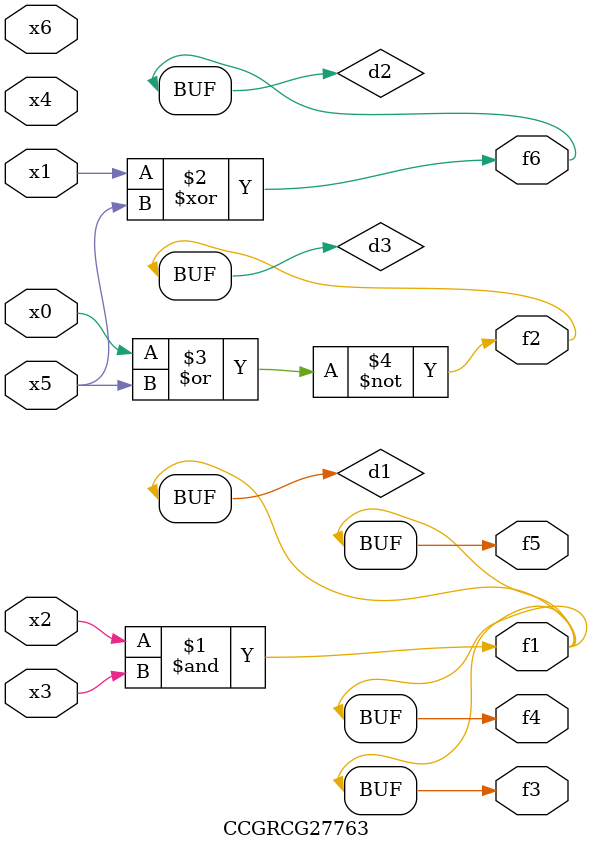
<source format=v>
module CCGRCG27763(
	input x0, x1, x2, x3, x4, x5, x6,
	output f1, f2, f3, f4, f5, f6
);

	wire d1, d2, d3;

	and (d1, x2, x3);
	xor (d2, x1, x5);
	nor (d3, x0, x5);
	assign f1 = d1;
	assign f2 = d3;
	assign f3 = d1;
	assign f4 = d1;
	assign f5 = d1;
	assign f6 = d2;
endmodule

</source>
